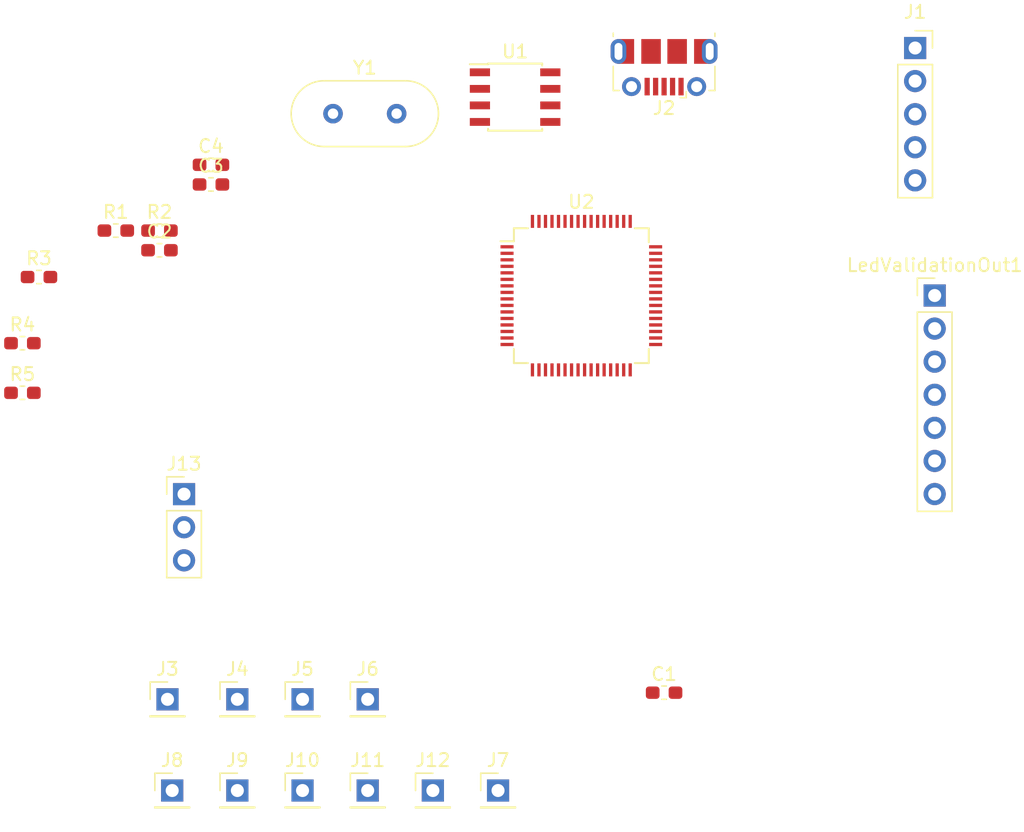
<source format=kicad_pcb>
(kicad_pcb (version 20171130) (host pcbnew "(5.0.2)-1")

  (general
    (thickness 1.6)
    (drawings 0)
    (tracks 0)
    (zones 0)
    (modules 26)
    (nets 64)
  )

  (page A4)
  (layers
    (0 F.Cu signal)
    (31 B.Cu signal)
    (32 B.Adhes user)
    (33 F.Adhes user)
    (34 B.Paste user)
    (35 F.Paste user)
    (36 B.SilkS user)
    (37 F.SilkS user)
    (38 B.Mask user)
    (39 F.Mask user)
    (40 Dwgs.User user)
    (41 Cmts.User user)
    (42 Eco1.User user)
    (43 Eco2.User user)
    (44 Edge.Cuts user)
    (45 Margin user)
    (46 B.CrtYd user)
    (47 F.CrtYd user)
    (48 B.Fab user)
    (49 F.Fab user)
  )

  (setup
    (last_trace_width 0.25)
    (trace_clearance 0.2)
    (zone_clearance 0.508)
    (zone_45_only no)
    (trace_min 0.2)
    (segment_width 0.2)
    (edge_width 0.1)
    (via_size 0.8)
    (via_drill 0.4)
    (via_min_size 0.4)
    (via_min_drill 0.3)
    (uvia_size 0.3)
    (uvia_drill 0.1)
    (uvias_allowed no)
    (uvia_min_size 0.2)
    (uvia_min_drill 0.1)
    (pcb_text_width 0.3)
    (pcb_text_size 1.5 1.5)
    (mod_edge_width 0.15)
    (mod_text_size 1 1)
    (mod_text_width 0.15)
    (pad_size 1.5 1.5)
    (pad_drill 0.6)
    (pad_to_mask_clearance 0)
    (solder_mask_min_width 0.25)
    (aux_axis_origin 0 0)
    (visible_elements 7FFFFFFF)
    (pcbplotparams
      (layerselection 0x010fc_ffffffff)
      (usegerberextensions false)
      (usegerberattributes false)
      (usegerberadvancedattributes false)
      (creategerberjobfile false)
      (excludeedgelayer true)
      (linewidth 0.100000)
      (plotframeref false)
      (viasonmask false)
      (mode 1)
      (useauxorigin false)
      (hpglpennumber 1)
      (hpglpenspeed 20)
      (hpglpendiameter 15.000000)
      (psnegative false)
      (psa4output false)
      (plotreference true)
      (plotvalue true)
      (plotinvisibletext false)
      (padsonsilk false)
      (subtractmaskfromsilk false)
      (outputformat 1)
      (mirror false)
      (drillshape 1)
      (scaleselection 1)
      (outputdirectory ""))
  )

  (net 0 "")
  (net 1 +5V)
  (net 2 GND)
  (net 3 /OSC_IN)
  (net 4 "Net-(C3-Pad1)")
  (net 5 +3V3)
  (net 6 /NRST)
  (net 7 /SWDCLK)
  (net 8 /SWDIO)
  (net 9 /USB_DM)
  (net 10 "Net-(J2-Pad4)")
  (net 11 /USB_DP)
  (net 12 /col17)
  (net 13 /col18)
  (net 14 /col19)
  (net 15 /col20)
  (net 16 /row0)
  (net 17 /row1)
  (net 18 /row2)
  (net 19 /row3)
  (net 20 /row4)
  (net 21 /row5)
  (net 22 "Net-(J13-Pad2)")
  (net 23 /OSC_OUT)
  (net 24 "Net-(R3-Pad1)")
  (net 25 "Net-(R4-Pad1)")
  (net 26 "Net-(R5-Pad1)")
  (net 27 "Net-(U1-Pad4)")
  (net 28 "Net-(U1-Pad5)")
  (net 29 "Net-(U2-Pad2)")
  (net 30 "Net-(U2-Pad3)")
  (net 31 "Net-(U2-Pad4)")
  (net 32 /col16)
  (net 33 /LED_DATA_CK)
  (net 34 /LED_DATA_OUT)
  (net 35 "Net-(U2-Pad25)")
  (net 36 /col0)
  (net 37 /col1)
  (net 38 /col2)
  (net 39 /col10)
  (net 40 /col11)
  (net 41 /col12)
  (net 42 /col13)
  (net 43 /col14)
  (net 44 /col15)
  (net 45 "Net-(U2-Pad37)")
  (net 46 "Net-(U2-Pad38)")
  (net 47 "Net-(U2-Pad39)")
  (net 48 "Net-(U2-Pad40)")
  (net 49 /LED_LATCH)
  (net 50 /LED_BLANK)
  (net 51 "Net-(U2-Pad43)")
  (net 52 "Net-(U2-Pad50)")
  (net 53 "Net-(U2-Pad51)")
  (net 54 "Net-(U2-Pad52)")
  (net 55 "Net-(U2-Pad53)")
  (net 56 "Net-(U2-Pad54)")
  (net 57 /col3)
  (net 58 /col4)
  (net 59 /col5)
  (net 60 /col6)
  (net 61 /col7)
  (net 62 /col8)
  (net 63 /col9)

  (net_class Default "This is the default net class."
    (clearance 0.2)
    (trace_width 0.25)
    (via_dia 0.8)
    (via_drill 0.4)
    (uvia_dia 0.3)
    (uvia_drill 0.1)
    (add_net +3V3)
    (add_net +5V)
    (add_net /LED_BLANK)
    (add_net /LED_DATA_CK)
    (add_net /LED_DATA_OUT)
    (add_net /LED_LATCH)
    (add_net /NRST)
    (add_net /OSC_IN)
    (add_net /OSC_OUT)
    (add_net /SWDCLK)
    (add_net /SWDIO)
    (add_net /USB_DM)
    (add_net /USB_DP)
    (add_net /col0)
    (add_net /col1)
    (add_net /col10)
    (add_net /col11)
    (add_net /col12)
    (add_net /col13)
    (add_net /col14)
    (add_net /col15)
    (add_net /col16)
    (add_net /col17)
    (add_net /col18)
    (add_net /col19)
    (add_net /col2)
    (add_net /col20)
    (add_net /col3)
    (add_net /col4)
    (add_net /col5)
    (add_net /col6)
    (add_net /col7)
    (add_net /col8)
    (add_net /col9)
    (add_net /row0)
    (add_net /row1)
    (add_net /row2)
    (add_net /row3)
    (add_net /row4)
    (add_net /row5)
    (add_net GND)
    (add_net "Net-(C3-Pad1)")
    (add_net "Net-(J13-Pad2)")
    (add_net "Net-(J2-Pad4)")
    (add_net "Net-(R3-Pad1)")
    (add_net "Net-(R4-Pad1)")
    (add_net "Net-(R5-Pad1)")
    (add_net "Net-(U1-Pad4)")
    (add_net "Net-(U1-Pad5)")
    (add_net "Net-(U2-Pad2)")
    (add_net "Net-(U2-Pad25)")
    (add_net "Net-(U2-Pad3)")
    (add_net "Net-(U2-Pad37)")
    (add_net "Net-(U2-Pad38)")
    (add_net "Net-(U2-Pad39)")
    (add_net "Net-(U2-Pad4)")
    (add_net "Net-(U2-Pad40)")
    (add_net "Net-(U2-Pad43)")
    (add_net "Net-(U2-Pad50)")
    (add_net "Net-(U2-Pad51)")
    (add_net "Net-(U2-Pad52)")
    (add_net "Net-(U2-Pad53)")
    (add_net "Net-(U2-Pad54)")
  )

  (module Capacitor_SMD:C_0603_1608Metric_Pad1.05x0.95mm_HandSolder (layer F.Cu) (tedit 5B301BBE) (tstamp 5C86F123)
    (at 78.74 110.49)
    (descr "Capacitor SMD 0603 (1608 Metric), square (rectangular) end terminal, IPC_7351 nominal with elongated pad for handsoldering. (Body size source: http://www.tortai-tech.com/upload/download/2011102023233369053.pdf), generated with kicad-footprint-generator")
    (tags "capacitor handsolder")
    (path /5AFD3891)
    (attr smd)
    (fp_text reference C1 (at 0 -1.43) (layer F.SilkS)
      (effects (font (size 1 1) (thickness 0.15)))
    )
    (fp_text value 0.1uF (at 0 1.43) (layer F.Fab)
      (effects (font (size 1 1) (thickness 0.15)))
    )
    (fp_line (start -0.8 0.4) (end -0.8 -0.4) (layer F.Fab) (width 0.1))
    (fp_line (start -0.8 -0.4) (end 0.8 -0.4) (layer F.Fab) (width 0.1))
    (fp_line (start 0.8 -0.4) (end 0.8 0.4) (layer F.Fab) (width 0.1))
    (fp_line (start 0.8 0.4) (end -0.8 0.4) (layer F.Fab) (width 0.1))
    (fp_line (start -0.171267 -0.51) (end 0.171267 -0.51) (layer F.SilkS) (width 0.12))
    (fp_line (start -0.171267 0.51) (end 0.171267 0.51) (layer F.SilkS) (width 0.12))
    (fp_line (start -1.65 0.73) (end -1.65 -0.73) (layer F.CrtYd) (width 0.05))
    (fp_line (start -1.65 -0.73) (end 1.65 -0.73) (layer F.CrtYd) (width 0.05))
    (fp_line (start 1.65 -0.73) (end 1.65 0.73) (layer F.CrtYd) (width 0.05))
    (fp_line (start 1.65 0.73) (end -1.65 0.73) (layer F.CrtYd) (width 0.05))
    (fp_text user %R (at 0 0) (layer F.Fab)
      (effects (font (size 0.4 0.4) (thickness 0.06)))
    )
    (pad 1 smd roundrect (at -0.875 0) (size 1.05 0.95) (layers F.Cu F.Paste F.Mask) (roundrect_rratio 0.25)
      (net 1 +5V))
    (pad 2 smd roundrect (at 0.875 0) (size 1.05 0.95) (layers F.Cu F.Paste F.Mask) (roundrect_rratio 0.25)
      (net 2 GND))
    (model ${KISYS3DMOD}/Capacitor_SMD.3dshapes/C_0603_1608Metric.wrl
      (at (xyz 0 0 0))
      (scale (xyz 1 1 1))
      (rotate (xyz 0 0 0))
    )
  )

  (module Capacitor_SMD:C_0603_1608Metric_Pad1.05x0.95mm_HandSolder (layer F.Cu) (tedit 5B301BBE) (tstamp 5C86F134)
    (at 40.025001 76.525001)
    (descr "Capacitor SMD 0603 (1608 Metric), square (rectangular) end terminal, IPC_7351 nominal with elongated pad for handsoldering. (Body size source: http://www.tortai-tech.com/upload/download/2011102023233369053.pdf), generated with kicad-footprint-generator")
    (tags "capacitor handsolder")
    (path /5AA030E9)
    (attr smd)
    (fp_text reference C2 (at 0 -1.43) (layer F.SilkS)
      (effects (font (size 1 1) (thickness 0.15)))
    )
    (fp_text value 16pf (at 0 1.43) (layer F.Fab)
      (effects (font (size 1 1) (thickness 0.15)))
    )
    (fp_text user %R (at 0 0) (layer F.Fab)
      (effects (font (size 0.4 0.4) (thickness 0.06)))
    )
    (fp_line (start 1.65 0.73) (end -1.65 0.73) (layer F.CrtYd) (width 0.05))
    (fp_line (start 1.65 -0.73) (end 1.65 0.73) (layer F.CrtYd) (width 0.05))
    (fp_line (start -1.65 -0.73) (end 1.65 -0.73) (layer F.CrtYd) (width 0.05))
    (fp_line (start -1.65 0.73) (end -1.65 -0.73) (layer F.CrtYd) (width 0.05))
    (fp_line (start -0.171267 0.51) (end 0.171267 0.51) (layer F.SilkS) (width 0.12))
    (fp_line (start -0.171267 -0.51) (end 0.171267 -0.51) (layer F.SilkS) (width 0.12))
    (fp_line (start 0.8 0.4) (end -0.8 0.4) (layer F.Fab) (width 0.1))
    (fp_line (start 0.8 -0.4) (end 0.8 0.4) (layer F.Fab) (width 0.1))
    (fp_line (start -0.8 -0.4) (end 0.8 -0.4) (layer F.Fab) (width 0.1))
    (fp_line (start -0.8 0.4) (end -0.8 -0.4) (layer F.Fab) (width 0.1))
    (pad 2 smd roundrect (at 0.875 0) (size 1.05 0.95) (layers F.Cu F.Paste F.Mask) (roundrect_rratio 0.25)
      (net 2 GND))
    (pad 1 smd roundrect (at -0.875 0) (size 1.05 0.95) (layers F.Cu F.Paste F.Mask) (roundrect_rratio 0.25)
      (net 3 /OSC_IN))
    (model ${KISYS3DMOD}/Capacitor_SMD.3dshapes/C_0603_1608Metric.wrl
      (at (xyz 0 0 0))
      (scale (xyz 1 1 1))
      (rotate (xyz 0 0 0))
    )
  )

  (module Capacitor_SMD:C_0603_1608Metric_Pad1.05x0.95mm_HandSolder (layer F.Cu) (tedit 5B301BBE) (tstamp 5C86F145)
    (at 43.975001 71.475001)
    (descr "Capacitor SMD 0603 (1608 Metric), square (rectangular) end terminal, IPC_7351 nominal with elongated pad for handsoldering. (Body size source: http://www.tortai-tech.com/upload/download/2011102023233369053.pdf), generated with kicad-footprint-generator")
    (tags "capacitor handsolder")
    (path /5AA03146)
    (attr smd)
    (fp_text reference C3 (at 0 -1.43) (layer F.SilkS)
      (effects (font (size 1 1) (thickness 0.15)))
    )
    (fp_text value 16pf (at 0 1.43) (layer F.Fab)
      (effects (font (size 1 1) (thickness 0.15)))
    )
    (fp_line (start -0.8 0.4) (end -0.8 -0.4) (layer F.Fab) (width 0.1))
    (fp_line (start -0.8 -0.4) (end 0.8 -0.4) (layer F.Fab) (width 0.1))
    (fp_line (start 0.8 -0.4) (end 0.8 0.4) (layer F.Fab) (width 0.1))
    (fp_line (start 0.8 0.4) (end -0.8 0.4) (layer F.Fab) (width 0.1))
    (fp_line (start -0.171267 -0.51) (end 0.171267 -0.51) (layer F.SilkS) (width 0.12))
    (fp_line (start -0.171267 0.51) (end 0.171267 0.51) (layer F.SilkS) (width 0.12))
    (fp_line (start -1.65 0.73) (end -1.65 -0.73) (layer F.CrtYd) (width 0.05))
    (fp_line (start -1.65 -0.73) (end 1.65 -0.73) (layer F.CrtYd) (width 0.05))
    (fp_line (start 1.65 -0.73) (end 1.65 0.73) (layer F.CrtYd) (width 0.05))
    (fp_line (start 1.65 0.73) (end -1.65 0.73) (layer F.CrtYd) (width 0.05))
    (fp_text user %R (at 0 0) (layer F.Fab)
      (effects (font (size 0.4 0.4) (thickness 0.06)))
    )
    (pad 1 smd roundrect (at -0.875 0) (size 1.05 0.95) (layers F.Cu F.Paste F.Mask) (roundrect_rratio 0.25)
      (net 4 "Net-(C3-Pad1)"))
    (pad 2 smd roundrect (at 0.875 0) (size 1.05 0.95) (layers F.Cu F.Paste F.Mask) (roundrect_rratio 0.25)
      (net 2 GND))
    (model ${KISYS3DMOD}/Capacitor_SMD.3dshapes/C_0603_1608Metric.wrl
      (at (xyz 0 0 0))
      (scale (xyz 1 1 1))
      (rotate (xyz 0 0 0))
    )
  )

  (module Capacitor_SMD:C_0603_1608Metric_Pad1.05x0.95mm_HandSolder (layer F.Cu) (tedit 5B301BBE) (tstamp 5C86F156)
    (at 43.975001 69.965001)
    (descr "Capacitor SMD 0603 (1608 Metric), square (rectangular) end terminal, IPC_7351 nominal with elongated pad for handsoldering. (Body size source: http://www.tortai-tech.com/upload/download/2011102023233369053.pdf), generated with kicad-footprint-generator")
    (tags "capacitor handsolder")
    (path /5AFD0D3E)
    (attr smd)
    (fp_text reference C4 (at 0 -1.43) (layer F.SilkS)
      (effects (font (size 1 1) (thickness 0.15)))
    )
    (fp_text value 2.2uF (at 0 1.43) (layer F.Fab)
      (effects (font (size 1 1) (thickness 0.15)))
    )
    (fp_text user %R (at 0 0) (layer F.Fab)
      (effects (font (size 0.4 0.4) (thickness 0.06)))
    )
    (fp_line (start 1.65 0.73) (end -1.65 0.73) (layer F.CrtYd) (width 0.05))
    (fp_line (start 1.65 -0.73) (end 1.65 0.73) (layer F.CrtYd) (width 0.05))
    (fp_line (start -1.65 -0.73) (end 1.65 -0.73) (layer F.CrtYd) (width 0.05))
    (fp_line (start -1.65 0.73) (end -1.65 -0.73) (layer F.CrtYd) (width 0.05))
    (fp_line (start -0.171267 0.51) (end 0.171267 0.51) (layer F.SilkS) (width 0.12))
    (fp_line (start -0.171267 -0.51) (end 0.171267 -0.51) (layer F.SilkS) (width 0.12))
    (fp_line (start 0.8 0.4) (end -0.8 0.4) (layer F.Fab) (width 0.1))
    (fp_line (start 0.8 -0.4) (end 0.8 0.4) (layer F.Fab) (width 0.1))
    (fp_line (start -0.8 -0.4) (end 0.8 -0.4) (layer F.Fab) (width 0.1))
    (fp_line (start -0.8 0.4) (end -0.8 -0.4) (layer F.Fab) (width 0.1))
    (pad 2 smd roundrect (at 0.875 0) (size 1.05 0.95) (layers F.Cu F.Paste F.Mask) (roundrect_rratio 0.25)
      (net 2 GND))
    (pad 1 smd roundrect (at -0.875 0) (size 1.05 0.95) (layers F.Cu F.Paste F.Mask) (roundrect_rratio 0.25)
      (net 5 +3V3))
    (model ${KISYS3DMOD}/Capacitor_SMD.3dshapes/C_0603_1608Metric.wrl
      (at (xyz 0 0 0))
      (scale (xyz 1 1 1))
      (rotate (xyz 0 0 0))
    )
  )

  (module Connector_USB:USB_Micro-B_Molex-105017-0001 (layer F.Cu) (tedit 5A1DC0BE) (tstamp 5C86FBF9)
    (at 78.74 62.5 180)
    (descr http://www.molex.com/pdm_docs/sd/1050170001_sd.pdf)
    (tags "Micro-USB SMD Typ-B")
    (path /5B6D868F)
    (attr smd)
    (fp_text reference J2 (at 0 -3.1125 180) (layer F.SilkS)
      (effects (font (size 1 1) (thickness 0.15)))
    )
    (fp_text value USB_B_Micro (at 0.3 4.3375 180) (layer F.Fab)
      (effects (font (size 1 1) (thickness 0.15)))
    )
    (fp_text user "PCB Edge" (at 0 2.6875 270) (layer Dwgs.User)
      (effects (font (size 0.5 0.5) (thickness 0.08)))
    )
    (fp_text user %R (at 0 0.8875 270) (layer F.Fab)
      (effects (font (size 1 1) (thickness 0.15)))
    )
    (fp_line (start -4.4 3.64) (end 4.4 3.64) (layer F.CrtYd) (width 0.05))
    (fp_line (start 4.4 -2.46) (end 4.4 3.64) (layer F.CrtYd) (width 0.05))
    (fp_line (start -4.4 -2.46) (end 4.4 -2.46) (layer F.CrtYd) (width 0.05))
    (fp_line (start -4.4 3.64) (end -4.4 -2.46) (layer F.CrtYd) (width 0.05))
    (fp_line (start -3.9 -1.7625) (end -3.45 -1.7625) (layer F.SilkS) (width 0.12))
    (fp_line (start -3.9 0.0875) (end -3.9 -1.7625) (layer F.SilkS) (width 0.12))
    (fp_line (start 3.9 2.6375) (end 3.9 2.3875) (layer F.SilkS) (width 0.12))
    (fp_line (start 3.75 3.3875) (end 3.75 -1.6125) (layer F.Fab) (width 0.1))
    (fp_line (start -3 2.689204) (end 3 2.689204) (layer F.Fab) (width 0.1))
    (fp_line (start -3.75 3.389204) (end 3.75 3.389204) (layer F.Fab) (width 0.1))
    (fp_line (start -3.75 -1.6125) (end 3.75 -1.6125) (layer F.Fab) (width 0.1))
    (fp_line (start -3.75 3.3875) (end -3.75 -1.6125) (layer F.Fab) (width 0.1))
    (fp_line (start -3.9 2.6375) (end -3.9 2.3875) (layer F.SilkS) (width 0.12))
    (fp_line (start 3.9 0.0875) (end 3.9 -1.7625) (layer F.SilkS) (width 0.12))
    (fp_line (start 3.9 -1.7625) (end 3.45 -1.7625) (layer F.SilkS) (width 0.12))
    (fp_line (start -1.7 -2.3125) (end -1.25 -2.3125) (layer F.SilkS) (width 0.12))
    (fp_line (start -1.7 -2.3125) (end -1.7 -1.8625) (layer F.SilkS) (width 0.12))
    (fp_line (start -1.3 -1.7125) (end -1.5 -1.9125) (layer F.Fab) (width 0.1))
    (fp_line (start -1.1 -1.9125) (end -1.3 -1.7125) (layer F.Fab) (width 0.1))
    (fp_line (start -1.5 -2.1225) (end -1.1 -2.1225) (layer F.Fab) (width 0.1))
    (fp_line (start -1.5 -2.1225) (end -1.5 -1.9125) (layer F.Fab) (width 0.1))
    (fp_line (start -1.1 -2.1225) (end -1.1 -1.9125) (layer F.Fab) (width 0.1))
    (pad 6 smd rect (at 1 1.2375 180) (size 1.5 1.9) (layers F.Cu F.Paste F.Mask)
      (net 2 GND))
    (pad 6 thru_hole circle (at -2.5 -1.4625 180) (size 1.45 1.45) (drill 0.85) (layers *.Cu *.Mask)
      (net 2 GND))
    (pad 2 smd rect (at -0.65 -1.4625 180) (size 0.4 1.35) (layers F.Cu F.Paste F.Mask)
      (net 9 /USB_DM))
    (pad 1 smd rect (at -1.3 -1.4625 180) (size 0.4 1.35) (layers F.Cu F.Paste F.Mask)
      (net 1 +5V))
    (pad 5 smd rect (at 1.3 -1.4625 180) (size 0.4 1.35) (layers F.Cu F.Paste F.Mask)
      (net 2 GND))
    (pad 4 smd rect (at 0.65 -1.4625 180) (size 0.4 1.35) (layers F.Cu F.Paste F.Mask)
      (net 10 "Net-(J2-Pad4)"))
    (pad 3 smd rect (at 0 -1.4625 180) (size 0.4 1.35) (layers F.Cu F.Paste F.Mask)
      (net 11 /USB_DP))
    (pad 6 thru_hole circle (at 2.5 -1.4625 180) (size 1.45 1.45) (drill 0.85) (layers *.Cu *.Mask)
      (net 2 GND))
    (pad 6 smd rect (at -1 1.2375 180) (size 1.5 1.9) (layers F.Cu F.Paste F.Mask)
      (net 2 GND))
    (pad 6 thru_hole oval (at -3.5 1.2375) (size 1.2 1.9) (drill oval 0.6 1.3) (layers *.Cu *.Mask)
      (net 2 GND))
    (pad 6 thru_hole oval (at 3.5 1.2375 180) (size 1.2 1.9) (drill oval 0.6 1.3) (layers *.Cu *.Mask)
      (net 2 GND))
    (pad 6 smd rect (at 2.9 1.2375 180) (size 1.2 1.9) (layers F.Cu F.Mask)
      (net 2 GND))
    (pad 6 smd rect (at -2.9 1.2375 180) (size 1.2 1.9) (layers F.Cu F.Mask)
      (net 2 GND))
    (model ${KISYS3DMOD}/Connector_USB.3dshapes/USB_Micro-B_Molex-105017-0001.wrl
      (at (xyz 0 0 0))
      (scale (xyz 1 1 1))
      (rotate (xyz 0 0 0))
    )
  )

  (module Connector_PinHeader_2.54mm:PinHeader_1x01_P2.54mm_Vertical (layer F.Cu) (tedit 5C6D7408) (tstamp 5C86F1E0)
    (at 40.64 111)
    (descr "Through hole straight pin header, 1x01, 2.54mm pitch, single row")
    (tags "Through hole pin header THT 1x01 2.54mm single row")
    (path /5C9A92A2)
    (fp_text reference J3 (at 0 -2.33) (layer F.SilkS)
      (effects (font (size 1 1) (thickness 0.15)))
    )
    (fp_text value Conn_01x01_Male (at 0 2.33) (layer F.Fab)
      (effects (font (size 1 1) (thickness 0.15)))
    )
    (fp_text user %R (at 0 0 90) (layer F.Fab)
      (effects (font (size 1 1) (thickness 0.15)))
    )
    (fp_line (start 1.8 -1.8) (end -1.8 -1.8) (layer F.CrtYd) (width 0.05))
    (fp_line (start 1.8 1.8) (end 1.8 -1.8) (layer F.CrtYd) (width 0.05))
    (fp_line (start -1.8 1.8) (end 1.8 1.8) (layer F.CrtYd) (width 0.05))
    (fp_line (start -1.8 -1.8) (end -1.8 1.8) (layer F.CrtYd) (width 0.05))
    (fp_line (start -1.33 -1.33) (end 0 -1.33) (layer F.SilkS) (width 0.12))
    (fp_line (start -1.33 0) (end -1.33 -1.33) (layer F.SilkS) (width 0.12))
    (fp_line (start -1.33 1.27) (end 1.33 1.27) (layer F.SilkS) (width 0.12))
    (fp_line (start 1.33 1.27) (end 1.33 1.33) (layer F.SilkS) (width 0.12))
    (fp_line (start -1.33 1.27) (end -1.33 1.33) (layer F.SilkS) (width 0.12))
    (fp_line (start -1.33 1.33) (end 1.33 1.33) (layer F.SilkS) (width 0.12))
    (fp_line (start -1.27 -0.635) (end -0.635 -1.27) (layer F.Fab) (width 0.1))
    (fp_line (start -1.27 1.27) (end -1.27 -0.635) (layer F.Fab) (width 0.1))
    (fp_line (start 1.27 1.27) (end -1.27 1.27) (layer F.Fab) (width 0.1))
    (fp_line (start 1.27 -1.27) (end 1.27 1.27) (layer F.Fab) (width 0.1))
    (fp_line (start -0.635 -1.27) (end 1.27 -1.27) (layer F.Fab) (width 0.1))
    (pad 1 thru_hole rect (at 0 0) (size 1.7 1.7) (drill 1) (layers *.Cu *.Mask)
      (net 12 /col17))
    (model ${KISYS3DMOD}/Connector_PinHeader_2.54mm.3dshapes/PinHeader_1x01_P2.54mm_Vertical.wrl
      (at (xyz 0 0 0))
      (scale (xyz 1 1 1))
      (rotate (xyz 0 0 0))
    )
  )

  (module Connector_PinHeader_2.54mm:PinHeader_1x01_P2.54mm_Vertical (layer F.Cu) (tedit 5C6D7421) (tstamp 5C6D74E9)
    (at 46 111)
    (descr "Through hole straight pin header, 1x01, 2.54mm pitch, single row")
    (tags "Through hole pin header THT 1x01 2.54mm single row")
    (path /5C9A9449)
    (fp_text reference J4 (at 0 -2.33) (layer F.SilkS)
      (effects (font (size 1 1) (thickness 0.15)))
    )
    (fp_text value Conn_01x01_Male (at 0 2.33) (layer F.Fab)
      (effects (font (size 1 1) (thickness 0.15)))
    )
    (fp_line (start -0.635 -1.27) (end 1.27 -1.27) (layer F.Fab) (width 0.1))
    (fp_line (start 1.27 -1.27) (end 1.27 1.27) (layer F.Fab) (width 0.1))
    (fp_line (start 1.27 1.27) (end -1.27 1.27) (layer F.Fab) (width 0.1))
    (fp_line (start -1.27 1.27) (end -1.27 -0.635) (layer F.Fab) (width 0.1))
    (fp_line (start -1.27 -0.635) (end -0.635 -1.27) (layer F.Fab) (width 0.1))
    (fp_line (start -1.33 1.33) (end 1.33 1.33) (layer F.SilkS) (width 0.12))
    (fp_line (start -1.33 1.27) (end -1.33 1.33) (layer F.SilkS) (width 0.12))
    (fp_line (start 1.33 1.27) (end 1.33 1.33) (layer F.SilkS) (width 0.12))
    (fp_line (start -1.33 1.27) (end 1.33 1.27) (layer F.SilkS) (width 0.12))
    (fp_line (start -1.33 0) (end -1.33 -1.33) (layer F.SilkS) (width 0.12))
    (fp_line (start -1.33 -1.33) (end 0 -1.33) (layer F.SilkS) (width 0.12))
    (fp_line (start -1.8 -1.8) (end -1.8 1.8) (layer F.CrtYd) (width 0.05))
    (fp_line (start -1.8 1.8) (end 1.8 1.8) (layer F.CrtYd) (width 0.05))
    (fp_line (start 1.8 1.8) (end 1.8 -1.8) (layer F.CrtYd) (width 0.05))
    (fp_line (start 1.8 -1.8) (end -1.8 -1.8) (layer F.CrtYd) (width 0.05))
    (fp_text user %R (at 0 0 90) (layer F.Fab)
      (effects (font (size 1 1) (thickness 0.15)))
    )
    (pad 1 thru_hole rect (at 0 0) (size 1.7 1.7) (drill 1) (layers *.Cu *.Mask)
      (net 13 /col18))
    (model ${KISYS3DMOD}/Connector_PinHeader_2.54mm.3dshapes/PinHeader_1x01_P2.54mm_Vertical.wrl
      (at (xyz 0 0 0))
      (scale (xyz 1 1 1))
      (rotate (xyz 0 0 0))
    )
  )

  (module Connector_PinHeader_2.54mm:PinHeader_1x01_P2.54mm_Vertical (layer F.Cu) (tedit 5C6D744D) (tstamp 5C6D75A1)
    (at 51 111)
    (descr "Through hole straight pin header, 1x01, 2.54mm pitch, single row")
    (tags "Through hole pin header THT 1x01 2.54mm single row")
    (path /5C9BB733)
    (fp_text reference J5 (at 0 -2.33) (layer F.SilkS)
      (effects (font (size 1 1) (thickness 0.15)))
    )
    (fp_text value Conn_01x01_Male (at 0 2.33) (layer F.Fab)
      (effects (font (size 1 1) (thickness 0.15)))
    )
    (fp_text user %R (at 0 0 90) (layer F.Fab)
      (effects (font (size 1 1) (thickness 0.15)))
    )
    (fp_line (start 1.8 -1.8) (end -1.8 -1.8) (layer F.CrtYd) (width 0.05))
    (fp_line (start 1.8 1.8) (end 1.8 -1.8) (layer F.CrtYd) (width 0.05))
    (fp_line (start -1.8 1.8) (end 1.8 1.8) (layer F.CrtYd) (width 0.05))
    (fp_line (start -1.8 -1.8) (end -1.8 1.8) (layer F.CrtYd) (width 0.05))
    (fp_line (start -1.33 -1.33) (end 0 -1.33) (layer F.SilkS) (width 0.12))
    (fp_line (start -1.33 0) (end -1.33 -1.33) (layer F.SilkS) (width 0.12))
    (fp_line (start -1.33 1.27) (end 1.33 1.27) (layer F.SilkS) (width 0.12))
    (fp_line (start 1.33 1.27) (end 1.33 1.33) (layer F.SilkS) (width 0.12))
    (fp_line (start -1.33 1.27) (end -1.33 1.33) (layer F.SilkS) (width 0.12))
    (fp_line (start -1.33 1.33) (end 1.33 1.33) (layer F.SilkS) (width 0.12))
    (fp_line (start -1.27 -0.635) (end -0.635 -1.27) (layer F.Fab) (width 0.1))
    (fp_line (start -1.27 1.27) (end -1.27 -0.635) (layer F.Fab) (width 0.1))
    (fp_line (start 1.27 1.27) (end -1.27 1.27) (layer F.Fab) (width 0.1))
    (fp_line (start 1.27 -1.27) (end 1.27 1.27) (layer F.Fab) (width 0.1))
    (fp_line (start -0.635 -1.27) (end 1.27 -1.27) (layer F.Fab) (width 0.1))
    (pad 1 thru_hole rect (at 0 0) (size 1.7 1.7) (drill 1) (layers *.Cu *.Mask)
      (net 14 /col19))
    (model ${KISYS3DMOD}/Connector_PinHeader_2.54mm.3dshapes/PinHeader_1x01_P2.54mm_Vertical.wrl
      (at (xyz 0 0 0))
      (scale (xyz 1 1 1))
      (rotate (xyz 0 0 0))
    )
  )

  (module Connector_PinHeader_2.54mm:PinHeader_1x01_P2.54mm_Vertical (layer F.Cu) (tedit 5C6D745F) (tstamp 5C86F21F)
    (at 56 111)
    (descr "Through hole straight pin header, 1x01, 2.54mm pitch, single row")
    (tags "Through hole pin header THT 1x01 2.54mm single row")
    (path /5C9BB7DD)
    (fp_text reference J6 (at 0 -2.33) (layer F.SilkS)
      (effects (font (size 1 1) (thickness 0.15)))
    )
    (fp_text value Conn_01x01_Male (at 0 2.33) (layer F.Fab)
      (effects (font (size 1 1) (thickness 0.15)))
    )
    (fp_text user %R (at 0 0 90) (layer F.Fab)
      (effects (font (size 1 1) (thickness 0.15)))
    )
    (fp_line (start 1.8 -1.8) (end -1.8 -1.8) (layer F.CrtYd) (width 0.05))
    (fp_line (start 1.8 1.8) (end 1.8 -1.8) (layer F.CrtYd) (width 0.05))
    (fp_line (start -1.8 1.8) (end 1.8 1.8) (layer F.CrtYd) (width 0.05))
    (fp_line (start -1.8 -1.8) (end -1.8 1.8) (layer F.CrtYd) (width 0.05))
    (fp_line (start -1.33 -1.33) (end 0 -1.33) (layer F.SilkS) (width 0.12))
    (fp_line (start -1.33 0) (end -1.33 -1.33) (layer F.SilkS) (width 0.12))
    (fp_line (start -1.33 1.27) (end 1.33 1.27) (layer F.SilkS) (width 0.12))
    (fp_line (start 1.33 1.27) (end 1.33 1.33) (layer F.SilkS) (width 0.12))
    (fp_line (start -1.33 1.27) (end -1.33 1.33) (layer F.SilkS) (width 0.12))
    (fp_line (start -1.33 1.33) (end 1.33 1.33) (layer F.SilkS) (width 0.12))
    (fp_line (start -1.27 -0.635) (end -0.635 -1.27) (layer F.Fab) (width 0.1))
    (fp_line (start -1.27 1.27) (end -1.27 -0.635) (layer F.Fab) (width 0.1))
    (fp_line (start 1.27 1.27) (end -1.27 1.27) (layer F.Fab) (width 0.1))
    (fp_line (start 1.27 -1.27) (end 1.27 1.27) (layer F.Fab) (width 0.1))
    (fp_line (start -0.635 -1.27) (end 1.27 -1.27) (layer F.Fab) (width 0.1))
    (pad 1 thru_hole rect (at 0 0) (size 1.7 1.7) (drill 1) (layers *.Cu *.Mask)
      (net 15 /col20))
    (model ${KISYS3DMOD}/Connector_PinHeader_2.54mm.3dshapes/PinHeader_1x01_P2.54mm_Vertical.wrl
      (at (xyz 0 0 0))
      (scale (xyz 1 1 1))
      (rotate (xyz 0 0 0))
    )
  )

  (module Connector_PinHeader_2.54mm:PinHeader_1x01_P2.54mm_Vertical (layer F.Cu) (tedit 5C6D74D1) (tstamp 5C86F234)
    (at 66 118)
    (descr "Through hole straight pin header, 1x01, 2.54mm pitch, single row")
    (tags "Through hole pin header THT 1x01 2.54mm single row")
    (path /5C9C07B4)
    (fp_text reference J7 (at 0 -2.33) (layer F.SilkS)
      (effects (font (size 1 1) (thickness 0.15)))
    )
    (fp_text value Conn_01x01_Male (at 0 2.33) (layer F.Fab)
      (effects (font (size 1 1) (thickness 0.15)))
    )
    (fp_text user %R (at 0 0 90) (layer F.Fab)
      (effects (font (size 1 1) (thickness 0.15)))
    )
    (fp_line (start 1.8 -1.8) (end -1.8 -1.8) (layer F.CrtYd) (width 0.05))
    (fp_line (start 1.8 1.8) (end 1.8 -1.8) (layer F.CrtYd) (width 0.05))
    (fp_line (start -1.8 1.8) (end 1.8 1.8) (layer F.CrtYd) (width 0.05))
    (fp_line (start -1.8 -1.8) (end -1.8 1.8) (layer F.CrtYd) (width 0.05))
    (fp_line (start -1.33 -1.33) (end 0 -1.33) (layer F.SilkS) (width 0.12))
    (fp_line (start -1.33 0) (end -1.33 -1.33) (layer F.SilkS) (width 0.12))
    (fp_line (start -1.33 1.27) (end 1.33 1.27) (layer F.SilkS) (width 0.12))
    (fp_line (start 1.33 1.27) (end 1.33 1.33) (layer F.SilkS) (width 0.12))
    (fp_line (start -1.33 1.27) (end -1.33 1.33) (layer F.SilkS) (width 0.12))
    (fp_line (start -1.33 1.33) (end 1.33 1.33) (layer F.SilkS) (width 0.12))
    (fp_line (start -1.27 -0.635) (end -0.635 -1.27) (layer F.Fab) (width 0.1))
    (fp_line (start -1.27 1.27) (end -1.27 -0.635) (layer F.Fab) (width 0.1))
    (fp_line (start 1.27 1.27) (end -1.27 1.27) (layer F.Fab) (width 0.1))
    (fp_line (start 1.27 -1.27) (end 1.27 1.27) (layer F.Fab) (width 0.1))
    (fp_line (start -0.635 -1.27) (end 1.27 -1.27) (layer F.Fab) (width 0.1))
    (pad 1 thru_hole rect (at 0 0) (size 1.7 1.7) (drill 1) (layers *.Cu *.Mask)
      (net 16 /row0))
    (model ${KISYS3DMOD}/Connector_PinHeader_2.54mm.3dshapes/PinHeader_1x01_P2.54mm_Vertical.wrl
      (at (xyz 0 0 0))
      (scale (xyz 1 1 1))
      (rotate (xyz 0 0 0))
    )
  )

  (module Connector_PinHeader_2.54mm:PinHeader_1x01_P2.54mm_Vertical (layer F.Cu) (tedit 5C6D7498) (tstamp 5C6D76B1)
    (at 41 118)
    (descr "Through hole straight pin header, 1x01, 2.54mm pitch, single row")
    (tags "Through hole pin header THT 1x01 2.54mm single row")
    (path /5C9C07EA)
    (fp_text reference J8 (at 0 -2.33) (layer F.SilkS)
      (effects (font (size 1 1) (thickness 0.15)))
    )
    (fp_text value Conn_01x01_Male (at 0 2.33) (layer F.Fab)
      (effects (font (size 1 1) (thickness 0.15)))
    )
    (fp_text user %R (at 0 0 90) (layer F.Fab)
      (effects (font (size 1 1) (thickness 0.15)))
    )
    (fp_line (start 1.8 -1.8) (end -1.8 -1.8) (layer F.CrtYd) (width 0.05))
    (fp_line (start 1.8 1.8) (end 1.8 -1.8) (layer F.CrtYd) (width 0.05))
    (fp_line (start -1.8 1.8) (end 1.8 1.8) (layer F.CrtYd) (width 0.05))
    (fp_line (start -1.8 -1.8) (end -1.8 1.8) (layer F.CrtYd) (width 0.05))
    (fp_line (start -1.33 -1.33) (end 0 -1.33) (layer F.SilkS) (width 0.12))
    (fp_line (start -1.33 0) (end -1.33 -1.33) (layer F.SilkS) (width 0.12))
    (fp_line (start -1.33 1.27) (end 1.33 1.27) (layer F.SilkS) (width 0.12))
    (fp_line (start 1.33 1.27) (end 1.33 1.33) (layer F.SilkS) (width 0.12))
    (fp_line (start -1.33 1.27) (end -1.33 1.33) (layer F.SilkS) (width 0.12))
    (fp_line (start -1.33 1.33) (end 1.33 1.33) (layer F.SilkS) (width 0.12))
    (fp_line (start -1.27 -0.635) (end -0.635 -1.27) (layer F.Fab) (width 0.1))
    (fp_line (start -1.27 1.27) (end -1.27 -0.635) (layer F.Fab) (width 0.1))
    (fp_line (start 1.27 1.27) (end -1.27 1.27) (layer F.Fab) (width 0.1))
    (fp_line (start 1.27 -1.27) (end 1.27 1.27) (layer F.Fab) (width 0.1))
    (fp_line (start -0.635 -1.27) (end 1.27 -1.27) (layer F.Fab) (width 0.1))
    (pad 1 thru_hole rect (at 0 0) (size 1.7 1.7) (drill 1) (layers *.Cu *.Mask)
      (net 17 /row1))
    (model ${KISYS3DMOD}/Connector_PinHeader_2.54mm.3dshapes/PinHeader_1x01_P2.54mm_Vertical.wrl
      (at (xyz 0 0 0))
      (scale (xyz 1 1 1))
      (rotate (xyz 0 0 0))
    )
  )

  (module Connector_PinHeader_2.54mm:PinHeader_1x01_P2.54mm_Vertical (layer F.Cu) (tedit 5C6D74A0) (tstamp 5C86F25E)
    (at 46 118)
    (descr "Through hole straight pin header, 1x01, 2.54mm pitch, single row")
    (tags "Through hole pin header THT 1x01 2.54mm single row")
    (path /5C9C097E)
    (fp_text reference J9 (at 0 -2.33) (layer F.SilkS)
      (effects (font (size 1 1) (thickness 0.15)))
    )
    (fp_text value Conn_01x01_Male (at 0 2.33) (layer F.Fab)
      (effects (font (size 1 1) (thickness 0.15)))
    )
    (fp_line (start -0.635 -1.27) (end 1.27 -1.27) (layer F.Fab) (width 0.1))
    (fp_line (start 1.27 -1.27) (end 1.27 1.27) (layer F.Fab) (width 0.1))
    (fp_line (start 1.27 1.27) (end -1.27 1.27) (layer F.Fab) (width 0.1))
    (fp_line (start -1.27 1.27) (end -1.27 -0.635) (layer F.Fab) (width 0.1))
    (fp_line (start -1.27 -0.635) (end -0.635 -1.27) (layer F.Fab) (width 0.1))
    (fp_line (start -1.33 1.33) (end 1.33 1.33) (layer F.SilkS) (width 0.12))
    (fp_line (start -1.33 1.27) (end -1.33 1.33) (layer F.SilkS) (width 0.12))
    (fp_line (start 1.33 1.27) (end 1.33 1.33) (layer F.SilkS) (width 0.12))
    (fp_line (start -1.33 1.27) (end 1.33 1.27) (layer F.SilkS) (width 0.12))
    (fp_line (start -1.33 0) (end -1.33 -1.33) (layer F.SilkS) (width 0.12))
    (fp_line (start -1.33 -1.33) (end 0 -1.33) (layer F.SilkS) (width 0.12))
    (fp_line (start -1.8 -1.8) (end -1.8 1.8) (layer F.CrtYd) (width 0.05))
    (fp_line (start -1.8 1.8) (end 1.8 1.8) (layer F.CrtYd) (width 0.05))
    (fp_line (start 1.8 1.8) (end 1.8 -1.8) (layer F.CrtYd) (width 0.05))
    (fp_line (start 1.8 -1.8) (end -1.8 -1.8) (layer F.CrtYd) (width 0.05))
    (fp_text user %R (at 0 0 90) (layer F.Fab)
      (effects (font (size 1 1) (thickness 0.15)))
    )
    (pad 1 thru_hole rect (at 0 0) (size 1.7 1.7) (drill 1) (layers *.Cu *.Mask)
      (net 18 /row2))
    (model ${KISYS3DMOD}/Connector_PinHeader_2.54mm.3dshapes/PinHeader_1x01_P2.54mm_Vertical.wrl
      (at (xyz 0 0 0))
      (scale (xyz 1 1 1))
      (rotate (xyz 0 0 0))
    )
  )

  (module Connector_PinHeader_2.54mm:PinHeader_1x01_P2.54mm_Vertical (layer F.Cu) (tedit 5C6D74B0) (tstamp 5C86F273)
    (at 51 118)
    (descr "Through hole straight pin header, 1x01, 2.54mm pitch, single row")
    (tags "Through hole pin header THT 1x01 2.54mm single row")
    (path /5C9C09B6)
    (fp_text reference J10 (at 0 -2.33) (layer F.SilkS)
      (effects (font (size 1 1) (thickness 0.15)))
    )
    (fp_text value Conn_01x01_Male (at 0 2.33) (layer F.Fab)
      (effects (font (size 1 1) (thickness 0.15)))
    )
    (fp_line (start -0.635 -1.27) (end 1.27 -1.27) (layer F.Fab) (width 0.1))
    (fp_line (start 1.27 -1.27) (end 1.27 1.27) (layer F.Fab) (width 0.1))
    (fp_line (start 1.27 1.27) (end -1.27 1.27) (layer F.Fab) (width 0.1))
    (fp_line (start -1.27 1.27) (end -1.27 -0.635) (layer F.Fab) (width 0.1))
    (fp_line (start -1.27 -0.635) (end -0.635 -1.27) (layer F.Fab) (width 0.1))
    (fp_line (start -1.33 1.33) (end 1.33 1.33) (layer F.SilkS) (width 0.12))
    (fp_line (start -1.33 1.27) (end -1.33 1.33) (layer F.SilkS) (width 0.12))
    (fp_line (start 1.33 1.27) (end 1.33 1.33) (layer F.SilkS) (width 0.12))
    (fp_line (start -1.33 1.27) (end 1.33 1.27) (layer F.SilkS) (width 0.12))
    (fp_line (start -1.33 0) (end -1.33 -1.33) (layer F.SilkS) (width 0.12))
    (fp_line (start -1.33 -1.33) (end 0 -1.33) (layer F.SilkS) (width 0.12))
    (fp_line (start -1.8 -1.8) (end -1.8 1.8) (layer F.CrtYd) (width 0.05))
    (fp_line (start -1.8 1.8) (end 1.8 1.8) (layer F.CrtYd) (width 0.05))
    (fp_line (start 1.8 1.8) (end 1.8 -1.8) (layer F.CrtYd) (width 0.05))
    (fp_line (start 1.8 -1.8) (end -1.8 -1.8) (layer F.CrtYd) (width 0.05))
    (fp_text user %R (at 0 0 90) (layer F.Fab)
      (effects (font (size 1 1) (thickness 0.15)))
    )
    (pad 1 thru_hole rect (at 0 0) (size 1.7 1.7) (drill 1) (layers *.Cu *.Mask)
      (net 19 /row3))
    (model ${KISYS3DMOD}/Connector_PinHeader_2.54mm.3dshapes/PinHeader_1x01_P2.54mm_Vertical.wrl
      (at (xyz 0 0 0))
      (scale (xyz 1 1 1))
      (rotate (xyz 0 0 0))
    )
  )

  (module Connector_PinHeader_2.54mm:PinHeader_1x01_P2.54mm_Vertical (layer F.Cu) (tedit 5C6D74B7) (tstamp 5C86F288)
    (at 56 118)
    (descr "Through hole straight pin header, 1x01, 2.54mm pitch, single row")
    (tags "Through hole pin header THT 1x01 2.54mm single row")
    (path /5C9C09F4)
    (fp_text reference J11 (at 0 -2.33) (layer F.SilkS)
      (effects (font (size 1 1) (thickness 0.15)))
    )
    (fp_text value Conn_01x01_Male (at 0 2.33) (layer F.Fab)
      (effects (font (size 1 1) (thickness 0.15)))
    )
    (fp_line (start -0.635 -1.27) (end 1.27 -1.27) (layer F.Fab) (width 0.1))
    (fp_line (start 1.27 -1.27) (end 1.27 1.27) (layer F.Fab) (width 0.1))
    (fp_line (start 1.27 1.27) (end -1.27 1.27) (layer F.Fab) (width 0.1))
    (fp_line (start -1.27 1.27) (end -1.27 -0.635) (layer F.Fab) (width 0.1))
    (fp_line (start -1.27 -0.635) (end -0.635 -1.27) (layer F.Fab) (width 0.1))
    (fp_line (start -1.33 1.33) (end 1.33 1.33) (layer F.SilkS) (width 0.12))
    (fp_line (start -1.33 1.27) (end -1.33 1.33) (layer F.SilkS) (width 0.12))
    (fp_line (start 1.33 1.27) (end 1.33 1.33) (layer F.SilkS) (width 0.12))
    (fp_line (start -1.33 1.27) (end 1.33 1.27) (layer F.SilkS) (width 0.12))
    (fp_line (start -1.33 0) (end -1.33 -1.33) (layer F.SilkS) (width 0.12))
    (fp_line (start -1.33 -1.33) (end 0 -1.33) (layer F.SilkS) (width 0.12))
    (fp_line (start -1.8 -1.8) (end -1.8 1.8) (layer F.CrtYd) (width 0.05))
    (fp_line (start -1.8 1.8) (end 1.8 1.8) (layer F.CrtYd) (width 0.05))
    (fp_line (start 1.8 1.8) (end 1.8 -1.8) (layer F.CrtYd) (width 0.05))
    (fp_line (start 1.8 -1.8) (end -1.8 -1.8) (layer F.CrtYd) (width 0.05))
    (fp_text user %R (at 0 0 90) (layer F.Fab)
      (effects (font (size 1 1) (thickness 0.15)))
    )
    (pad 1 thru_hole rect (at 0 0) (size 1.7 1.7) (drill 1) (layers *.Cu *.Mask)
      (net 20 /row4))
    (model ${KISYS3DMOD}/Connector_PinHeader_2.54mm.3dshapes/PinHeader_1x01_P2.54mm_Vertical.wrl
      (at (xyz 0 0 0))
      (scale (xyz 1 1 1))
      (rotate (xyz 0 0 0))
    )
  )

  (module Connector_PinHeader_2.54mm:PinHeader_1x01_P2.54mm_Vertical (layer F.Cu) (tedit 5C6D74C4) (tstamp 5C86F29D)
    (at 61 118)
    (descr "Through hole straight pin header, 1x01, 2.54mm pitch, single row")
    (tags "Through hole pin header THT 1x01 2.54mm single row")
    (path /5C9C0A38)
    (fp_text reference J12 (at 0 -2.33) (layer F.SilkS)
      (effects (font (size 1 1) (thickness 0.15)))
    )
    (fp_text value Conn_01x01_Male (at 0 2.33) (layer F.Fab)
      (effects (font (size 1 1) (thickness 0.15)))
    )
    (fp_line (start -0.635 -1.27) (end 1.27 -1.27) (layer F.Fab) (width 0.1))
    (fp_line (start 1.27 -1.27) (end 1.27 1.27) (layer F.Fab) (width 0.1))
    (fp_line (start 1.27 1.27) (end -1.27 1.27) (layer F.Fab) (width 0.1))
    (fp_line (start -1.27 1.27) (end -1.27 -0.635) (layer F.Fab) (width 0.1))
    (fp_line (start -1.27 -0.635) (end -0.635 -1.27) (layer F.Fab) (width 0.1))
    (fp_line (start -1.33 1.33) (end 1.33 1.33) (layer F.SilkS) (width 0.12))
    (fp_line (start -1.33 1.27) (end -1.33 1.33) (layer F.SilkS) (width 0.12))
    (fp_line (start 1.33 1.27) (end 1.33 1.33) (layer F.SilkS) (width 0.12))
    (fp_line (start -1.33 1.27) (end 1.33 1.27) (layer F.SilkS) (width 0.12))
    (fp_line (start -1.33 0) (end -1.33 -1.33) (layer F.SilkS) (width 0.12))
    (fp_line (start -1.33 -1.33) (end 0 -1.33) (layer F.SilkS) (width 0.12))
    (fp_line (start -1.8 -1.8) (end -1.8 1.8) (layer F.CrtYd) (width 0.05))
    (fp_line (start -1.8 1.8) (end 1.8 1.8) (layer F.CrtYd) (width 0.05))
    (fp_line (start 1.8 1.8) (end 1.8 -1.8) (layer F.CrtYd) (width 0.05))
    (fp_line (start 1.8 -1.8) (end -1.8 -1.8) (layer F.CrtYd) (width 0.05))
    (fp_text user %R (at 0 0 90) (layer F.Fab)
      (effects (font (size 1 1) (thickness 0.15)))
    )
    (pad 1 thru_hole rect (at 0 0) (size 1.7 1.7) (drill 1) (layers *.Cu *.Mask)
      (net 21 /row5))
    (model ${KISYS3DMOD}/Connector_PinHeader_2.54mm.3dshapes/PinHeader_1x01_P2.54mm_Vertical.wrl
      (at (xyz 0 0 0))
      (scale (xyz 1 1 1))
      (rotate (xyz 0 0 0))
    )
  )

  (module Connector_PinHeader_2.54mm:PinHeader_1x03_P2.54mm_Vertical (layer F.Cu) (tedit 59FED5CC) (tstamp 5C86F2B4)
    (at 41.91 95.25)
    (descr "Through hole straight pin header, 1x03, 2.54mm pitch, single row")
    (tags "Through hole pin header THT 1x03 2.54mm single row")
    (path /5BACA85C)
    (fp_text reference J13 (at 0 -2.33) (layer F.SilkS)
      (effects (font (size 1 1) (thickness 0.15)))
    )
    (fp_text value Conn_01x03_Male (at 0 7.41) (layer F.Fab)
      (effects (font (size 1 1) (thickness 0.15)))
    )
    (fp_line (start -0.635 -1.27) (end 1.27 -1.27) (layer F.Fab) (width 0.1))
    (fp_line (start 1.27 -1.27) (end 1.27 6.35) (layer F.Fab) (width 0.1))
    (fp_line (start 1.27 6.35) (end -1.27 6.35) (layer F.Fab) (width 0.1))
    (fp_line (start -1.27 6.35) (end -1.27 -0.635) (layer F.Fab) (width 0.1))
    (fp_line (start -1.27 -0.635) (end -0.635 -1.27) (layer F.Fab) (width 0.1))
    (fp_line (start -1.33 6.41) (end 1.33 6.41) (layer F.SilkS) (width 0.12))
    (fp_line (start -1.33 1.27) (end -1.33 6.41) (layer F.SilkS) (width 0.12))
    (fp_line (start 1.33 1.27) (end 1.33 6.41) (layer F.SilkS) (width 0.12))
    (fp_line (start -1.33 1.27) (end 1.33 1.27) (layer F.SilkS) (width 0.12))
    (fp_line (start -1.33 0) (end -1.33 -1.33) (layer F.SilkS) (width 0.12))
    (fp_line (start -1.33 -1.33) (end 0 -1.33) (layer F.SilkS) (width 0.12))
    (fp_line (start -1.8 -1.8) (end -1.8 6.85) (layer F.CrtYd) (width 0.05))
    (fp_line (start -1.8 6.85) (end 1.8 6.85) (layer F.CrtYd) (width 0.05))
    (fp_line (start 1.8 6.85) (end 1.8 -1.8) (layer F.CrtYd) (width 0.05))
    (fp_line (start 1.8 -1.8) (end -1.8 -1.8) (layer F.CrtYd) (width 0.05))
    (fp_text user %R (at 0 2.54 90) (layer F.Fab)
      (effects (font (size 1 1) (thickness 0.15)))
    )
    (pad 1 thru_hole rect (at 0 0) (size 1.7 1.7) (drill 1) (layers *.Cu *.Mask)
      (net 5 +3V3))
    (pad 2 thru_hole oval (at 0 2.54) (size 1.7 1.7) (drill 1) (layers *.Cu *.Mask)
      (net 22 "Net-(J13-Pad2)"))
    (pad 3 thru_hole oval (at 0 5.08) (size 1.7 1.7) (drill 1) (layers *.Cu *.Mask)
      (net 2 GND))
    (model ${KISYS3DMOD}/Connector_PinHeader_2.54mm.3dshapes/PinHeader_1x03_P2.54mm_Vertical.wrl
      (at (xyz 0 0 0))
      (scale (xyz 1 1 1))
      (rotate (xyz 0 0 0))
    )
  )

  (module Resistor_SMD:R_0603_1608Metric_Pad1.05x0.95mm_HandSolder (layer F.Cu) (tedit 5B301BBD) (tstamp 5C86F2C5)
    (at 36.675001 75.015001)
    (descr "Resistor SMD 0603 (1608 Metric), square (rectangular) end terminal, IPC_7351 nominal with elongated pad for handsoldering. (Body size source: http://www.tortai-tech.com/upload/download/2011102023233369053.pdf), generated with kicad-footprint-generator")
    (tags "resistor handsolder")
    (path /5AA031C3)
    (attr smd)
    (fp_text reference R1 (at 0 -1.43) (layer F.SilkS)
      (effects (font (size 1 1) (thickness 0.15)))
    )
    (fp_text value 1.3k (at 0 1.43) (layer F.Fab)
      (effects (font (size 1 1) (thickness 0.15)))
    )
    (fp_text user %R (at 0 0) (layer F.Fab)
      (effects (font (size 0.4 0.4) (thickness 0.06)))
    )
    (fp_line (start 1.65 0.73) (end -1.65 0.73) (layer F.CrtYd) (width 0.05))
    (fp_line (start 1.65 -0.73) (end 1.65 0.73) (layer F.CrtYd) (width 0.05))
    (fp_line (start -1.65 -0.73) (end 1.65 -0.73) (layer F.CrtYd) (width 0.05))
    (fp_line (start -1.65 0.73) (end -1.65 -0.73) (layer F.CrtYd) (width 0.05))
    (fp_line (start -0.171267 0.51) (end 0.171267 0.51) (layer F.SilkS) (width 0.12))
    (fp_line (start -0.171267 -0.51) (end 0.171267 -0.51) (layer F.SilkS) (width 0.12))
    (fp_line (start 0.8 0.4) (end -0.8 0.4) (layer F.Fab) (width 0.1))
    (fp_line (start 0.8 -0.4) (end 0.8 0.4) (layer F.Fab) (width 0.1))
    (fp_line (start -0.8 -0.4) (end 0.8 -0.4) (layer F.Fab) (width 0.1))
    (fp_line (start -0.8 0.4) (end -0.8 -0.4) (layer F.Fab) (width 0.1))
    (pad 2 smd roundrect (at 0.875 0) (size 1.05 0.95) (layers F.Cu F.Paste F.Mask) (roundrect_rratio 0.25)
      (net 4 "Net-(C3-Pad1)"))
    (pad 1 smd roundrect (at -0.875 0) (size 1.05 0.95) (layers F.Cu F.Paste F.Mask) (roundrect_rratio 0.25)
      (net 23 /OSC_OUT))
    (model ${KISYS3DMOD}/Resistor_SMD.3dshapes/R_0603_1608Metric.wrl
      (at (xyz 0 0 0))
      (scale (xyz 1 1 1))
      (rotate (xyz 0 0 0))
    )
  )

  (module Resistor_SMD:R_0603_1608Metric_Pad1.05x0.95mm_HandSolder (layer F.Cu) (tedit 5B301BBD) (tstamp 5C86F2D6)
    (at 40.025001 75.015001)
    (descr "Resistor SMD 0603 (1608 Metric), square (rectangular) end terminal, IPC_7351 nominal with elongated pad for handsoldering. (Body size source: http://www.tortai-tech.com/upload/download/2011102023233369053.pdf), generated with kicad-footprint-generator")
    (tags "resistor handsolder")
    (path /5B5EB403)
    (attr smd)
    (fp_text reference R2 (at 0 -1.43) (layer F.SilkS)
      (effects (font (size 1 1) (thickness 0.15)))
    )
    (fp_text value 1.5k (at 0 1.43) (layer F.Fab)
      (effects (font (size 1 1) (thickness 0.15)))
    )
    (fp_text user %R (at 0 0) (layer F.Fab)
      (effects (font (size 0.4 0.4) (thickness 0.06)))
    )
    (fp_line (start 1.65 0.73) (end -1.65 0.73) (layer F.CrtYd) (width 0.05))
    (fp_line (start 1.65 -0.73) (end 1.65 0.73) (layer F.CrtYd) (width 0.05))
    (fp_line (start -1.65 -0.73) (end 1.65 -0.73) (layer F.CrtYd) (width 0.05))
    (fp_line (start -1.65 0.73) (end -1.65 -0.73) (layer F.CrtYd) (width 0.05))
    (fp_line (start -0.171267 0.51) (end 0.171267 0.51) (layer F.SilkS) (width 0.12))
    (fp_line (start -0.171267 -0.51) (end 0.171267 -0.51) (layer F.SilkS) (width 0.12))
    (fp_line (start 0.8 0.4) (end -0.8 0.4) (layer F.Fab) (width 0.1))
    (fp_line (start 0.8 -0.4) (end 0.8 0.4) (layer F.Fab) (width 0.1))
    (fp_line (start -0.8 -0.4) (end 0.8 -0.4) (layer F.Fab) (width 0.1))
    (fp_line (start -0.8 0.4) (end -0.8 -0.4) (layer F.Fab) (width 0.1))
    (pad 2 smd roundrect (at 0.875 0) (size 1.05 0.95) (layers F.Cu F.Paste F.Mask) (roundrect_rratio 0.25)
      (net 11 /USB_DP))
    (pad 1 smd roundrect (at -0.875 0) (size 1.05 0.95) (layers F.Cu F.Paste F.Mask) (roundrect_rratio 0.25)
      (net 1 +5V))
    (model ${KISYS3DMOD}/Resistor_SMD.3dshapes/R_0603_1608Metric.wrl
      (at (xyz 0 0 0))
      (scale (xyz 1 1 1))
      (rotate (xyz 0 0 0))
    )
  )

  (module Resistor_SMD:R_0603_1608Metric_Pad1.05x0.95mm_HandSolder (layer F.Cu) (tedit 5B301BBD) (tstamp 5C86F2E7)
    (at 30.78 78.58)
    (descr "Resistor SMD 0603 (1608 Metric), square (rectangular) end terminal, IPC_7351 nominal with elongated pad for handsoldering. (Body size source: http://www.tortai-tech.com/upload/download/2011102023233369053.pdf), generated with kicad-footprint-generator")
    (tags "resistor handsolder")
    (path /5BACA869)
    (attr smd)
    (fp_text reference R3 (at 0 -1.43) (layer F.SilkS)
      (effects (font (size 1 1) (thickness 0.15)))
    )
    (fp_text value 10k (at 0 1.43) (layer F.Fab)
      (effects (font (size 1 1) (thickness 0.15)))
    )
    (fp_line (start -0.8 0.4) (end -0.8 -0.4) (layer F.Fab) (width 0.1))
    (fp_line (start -0.8 -0.4) (end 0.8 -0.4) (layer F.Fab) (width 0.1))
    (fp_line (start 0.8 -0.4) (end 0.8 0.4) (layer F.Fab) (width 0.1))
    (fp_line (start 0.8 0.4) (end -0.8 0.4) (layer F.Fab) (width 0.1))
    (fp_line (start -0.171267 -0.51) (end 0.171267 -0.51) (layer F.SilkS) (width 0.12))
    (fp_line (start -0.171267 0.51) (end 0.171267 0.51) (layer F.SilkS) (width 0.12))
    (fp_line (start -1.65 0.73) (end -1.65 -0.73) (layer F.CrtYd) (width 0.05))
    (fp_line (start -1.65 -0.73) (end 1.65 -0.73) (layer F.CrtYd) (width 0.05))
    (fp_line (start 1.65 -0.73) (end 1.65 0.73) (layer F.CrtYd) (width 0.05))
    (fp_line (start 1.65 0.73) (end -1.65 0.73) (layer F.CrtYd) (width 0.05))
    (fp_text user %R (at 0 0) (layer F.Fab)
      (effects (font (size 0.4 0.4) (thickness 0.06)))
    )
    (pad 1 smd roundrect (at -0.875 0) (size 1.05 0.95) (layers F.Cu F.Paste F.Mask) (roundrect_rratio 0.25)
      (net 24 "Net-(R3-Pad1)"))
    (pad 2 smd roundrect (at 0.875 0) (size 1.05 0.95) (layers F.Cu F.Paste F.Mask) (roundrect_rratio 0.25)
      (net 22 "Net-(J13-Pad2)"))
    (model ${KISYS3DMOD}/Resistor_SMD.3dshapes/R_0603_1608Metric.wrl
      (at (xyz 0 0 0))
      (scale (xyz 1 1 1))
      (rotate (xyz 0 0 0))
    )
  )

  (module Resistor_SMD:R_0603_1608Metric_Pad1.05x0.95mm_HandSolder (layer F.Cu) (tedit 5B301BBD) (tstamp 5C86F2F8)
    (at 29.51 83.66)
    (descr "Resistor SMD 0603 (1608 Metric), square (rectangular) end terminal, IPC_7351 nominal with elongated pad for handsoldering. (Body size source: http://www.tortai-tech.com/upload/download/2011102023233369053.pdf), generated with kicad-footprint-generator")
    (tags "resistor handsolder")
    (path /5AFE9AB8/5B2DCF54)
    (attr smd)
    (fp_text reference R4 (at 0 -1.43) (layer F.SilkS)
      (effects (font (size 1 1) (thickness 0.15)))
    )
    (fp_text value 9.8k (at 0 1.43) (layer F.Fab)
      (effects (font (size 1 1) (thickness 0.15)))
    )
    (fp_line (start -0.8 0.4) (end -0.8 -0.4) (layer F.Fab) (width 0.1))
    (fp_line (start -0.8 -0.4) (end 0.8 -0.4) (layer F.Fab) (width 0.1))
    (fp_line (start 0.8 -0.4) (end 0.8 0.4) (layer F.Fab) (width 0.1))
    (fp_line (start 0.8 0.4) (end -0.8 0.4) (layer F.Fab) (width 0.1))
    (fp_line (start -0.171267 -0.51) (end 0.171267 -0.51) (layer F.SilkS) (width 0.12))
    (fp_line (start -0.171267 0.51) (end 0.171267 0.51) (layer F.SilkS) (width 0.12))
    (fp_line (start -1.65 0.73) (end -1.65 -0.73) (layer F.CrtYd) (width 0.05))
    (fp_line (start -1.65 -0.73) (end 1.65 -0.73) (layer F.CrtYd) (width 0.05))
    (fp_line (start 1.65 -0.73) (end 1.65 0.73) (layer F.CrtYd) (width 0.05))
    (fp_line (start 1.65 0.73) (end -1.65 0.73) (layer F.CrtYd) (width 0.05))
    (fp_text user %R (at 0 0) (layer F.Fab)
      (effects (font (size 0.4 0.4) (thickness 0.06)))
    )
    (pad 1 smd roundrect (at -0.875 0) (size 1.05 0.95) (layers F.Cu F.Paste F.Mask) (roundrect_rratio 0.25)
      (net 25 "Net-(R4-Pad1)"))
    (pad 2 smd roundrect (at 0.875 0) (size 1.05 0.95) (layers F.Cu F.Paste F.Mask) (roundrect_rratio 0.25)
      (net 2 GND))
    (model ${KISYS3DMOD}/Resistor_SMD.3dshapes/R_0603_1608Metric.wrl
      (at (xyz 0 0 0))
      (scale (xyz 1 1 1))
      (rotate (xyz 0 0 0))
    )
  )

  (module Resistor_SMD:R_0603_1608Metric_Pad1.05x0.95mm_HandSolder (layer F.Cu) (tedit 5B301BBD) (tstamp 5C86F309)
    (at 29.51 87.47)
    (descr "Resistor SMD 0603 (1608 Metric), square (rectangular) end terminal, IPC_7351 nominal with elongated pad for handsoldering. (Body size source: http://www.tortai-tech.com/upload/download/2011102023233369053.pdf), generated with kicad-footprint-generator")
    (tags "resistor handsolder")
    (path /5AFE9AB8/5B3A41DA)
    (attr smd)
    (fp_text reference R5 (at 0 -1.43) (layer F.SilkS)
      (effects (font (size 1 1) (thickness 0.15)))
    )
    (fp_text value 9.8k (at 0 1.43) (layer F.Fab)
      (effects (font (size 1 1) (thickness 0.15)))
    )
    (fp_line (start -0.8 0.4) (end -0.8 -0.4) (layer F.Fab) (width 0.1))
    (fp_line (start -0.8 -0.4) (end 0.8 -0.4) (layer F.Fab) (width 0.1))
    (fp_line (start 0.8 -0.4) (end 0.8 0.4) (layer F.Fab) (width 0.1))
    (fp_line (start 0.8 0.4) (end -0.8 0.4) (layer F.Fab) (width 0.1))
    (fp_line (start -0.171267 -0.51) (end 0.171267 -0.51) (layer F.SilkS) (width 0.12))
    (fp_line (start -0.171267 0.51) (end 0.171267 0.51) (layer F.SilkS) (width 0.12))
    (fp_line (start -1.65 0.73) (end -1.65 -0.73) (layer F.CrtYd) (width 0.05))
    (fp_line (start -1.65 -0.73) (end 1.65 -0.73) (layer F.CrtYd) (width 0.05))
    (fp_line (start 1.65 -0.73) (end 1.65 0.73) (layer F.CrtYd) (width 0.05))
    (fp_line (start 1.65 0.73) (end -1.65 0.73) (layer F.CrtYd) (width 0.05))
    (fp_text user %R (at 0 0) (layer F.Fab)
      (effects (font (size 0.4 0.4) (thickness 0.06)))
    )
    (pad 1 smd roundrect (at -0.875 0) (size 1.05 0.95) (layers F.Cu F.Paste F.Mask) (roundrect_rratio 0.25)
      (net 26 "Net-(R5-Pad1)"))
    (pad 2 smd roundrect (at 0.875 0) (size 1.05 0.95) (layers F.Cu F.Paste F.Mask) (roundrect_rratio 0.25)
      (net 2 GND))
    (model ${KISYS3DMOD}/Resistor_SMD.3dshapes/R_0603_1608Metric.wrl
      (at (xyz 0 0 0))
      (scale (xyz 1 1 1))
      (rotate (xyz 0 0 0))
    )
  )

  (module Package_SO:SOIC-8_3.9x4.9mm_P1.27mm (layer F.Cu) (tedit 5A02F2D3) (tstamp 5C86F326)
    (at 67.31 64.77)
    (descr "8-Lead Plastic Small Outline (SN) - Narrow, 3.90 mm Body [SOIC] (see Microchip Packaging Specification http://ww1.microchip.com/downloads/en/PackagingSpec/00000049BQ.pdf)")
    (tags "SOIC 1.27")
    (path /5AFC2AC7)
    (attr smd)
    (fp_text reference U1 (at 0 -3.5) (layer F.SilkS)
      (effects (font (size 1 1) (thickness 0.15)))
    )
    (fp_text value L4931ABD33-TR (at 0 3.5) (layer F.Fab)
      (effects (font (size 1 1) (thickness 0.15)))
    )
    (fp_text user %R (at 0 0) (layer F.Fab)
      (effects (font (size 1 1) (thickness 0.15)))
    )
    (fp_line (start -0.95 -2.45) (end 1.95 -2.45) (layer F.Fab) (width 0.1))
    (fp_line (start 1.95 -2.45) (end 1.95 2.45) (layer F.Fab) (width 0.1))
    (fp_line (start 1.95 2.45) (end -1.95 2.45) (layer F.Fab) (width 0.1))
    (fp_line (start -1.95 2.45) (end -1.95 -1.45) (layer F.Fab) (width 0.1))
    (fp_line (start -1.95 -1.45) (end -0.95 -2.45) (layer F.Fab) (width 0.1))
    (fp_line (start -3.73 -2.7) (end -3.73 2.7) (layer F.CrtYd) (width 0.05))
    (fp_line (start 3.73 -2.7) (end 3.73 2.7) (layer F.CrtYd) (width 0.05))
    (fp_line (start -3.73 -2.7) (end 3.73 -2.7) (layer F.CrtYd) (width 0.05))
    (fp_line (start -3.73 2.7) (end 3.73 2.7) (layer F.CrtYd) (width 0.05))
    (fp_line (start -2.075 -2.575) (end -2.075 -2.525) (layer F.SilkS) (width 0.15))
    (fp_line (start 2.075 -2.575) (end 2.075 -2.43) (layer F.SilkS) (width 0.15))
    (fp_line (start 2.075 2.575) (end 2.075 2.43) (layer F.SilkS) (width 0.15))
    (fp_line (start -2.075 2.575) (end -2.075 2.43) (layer F.SilkS) (width 0.15))
    (fp_line (start -2.075 -2.575) (end 2.075 -2.575) (layer F.SilkS) (width 0.15))
    (fp_line (start -2.075 2.575) (end 2.075 2.575) (layer F.SilkS) (width 0.15))
    (fp_line (start -2.075 -2.525) (end -3.475 -2.525) (layer F.SilkS) (width 0.15))
    (pad 1 smd rect (at -2.7 -1.905) (size 1.55 0.6) (layers F.Cu F.Paste F.Mask)
      (net 5 +3V3))
    (pad 2 smd rect (at -2.7 -0.635) (size 1.55 0.6) (layers F.Cu F.Paste F.Mask)
      (net 2 GND))
    (pad 3 smd rect (at -2.7 0.635) (size 1.55 0.6) (layers F.Cu F.Paste F.Mask)
      (net 2 GND))
    (pad 4 smd rect (at -2.7 1.905) (size 1.55 0.6) (layers F.Cu F.Paste F.Mask)
      (net 27 "Net-(U1-Pad4)"))
    (pad 5 smd rect (at 2.7 1.905) (size 1.55 0.6) (layers F.Cu F.Paste F.Mask)
      (net 28 "Net-(U1-Pad5)"))
    (pad 6 smd rect (at 2.7 0.635) (size 1.55 0.6) (layers F.Cu F.Paste F.Mask)
      (net 2 GND))
    (pad 7 smd rect (at 2.7 -0.635) (size 1.55 0.6) (layers F.Cu F.Paste F.Mask)
      (net 2 GND))
    (pad 8 smd rect (at 2.7 -1.905) (size 1.55 0.6) (layers F.Cu F.Paste F.Mask)
      (net 1 +5V))
    (model ${KISYS3DMOD}/Package_SO.3dshapes/SOIC-8_3.9x4.9mm_P1.27mm.wrl
      (at (xyz 0 0 0))
      (scale (xyz 1 1 1))
      (rotate (xyz 0 0 0))
    )
  )

  (module Package_QFP:LQFP-64_10x10mm_P0.5mm (layer F.Cu) (tedit 5A02F146) (tstamp 5C86F37D)
    (at 72.39 80.01)
    (descr "64 LEAD LQFP 10x10mm (see MICREL LQFP10x10-64LD-PL-1.pdf)")
    (tags "QFP 0.5")
    (path /5B5EB0A7)
    (attr smd)
    (fp_text reference U2 (at 0 -7.2) (layer F.SilkS)
      (effects (font (size 1 1) (thickness 0.15)))
    )
    (fp_text value STM32F103RCTx (at 0 7.2) (layer F.Fab)
      (effects (font (size 1 1) (thickness 0.15)))
    )
    (fp_text user %R (at 0 0) (layer F.Fab)
      (effects (font (size 1 1) (thickness 0.15)))
    )
    (fp_line (start -4 -5) (end 5 -5) (layer F.Fab) (width 0.15))
    (fp_line (start 5 -5) (end 5 5) (layer F.Fab) (width 0.15))
    (fp_line (start 5 5) (end -5 5) (layer F.Fab) (width 0.15))
    (fp_line (start -5 5) (end -5 -4) (layer F.Fab) (width 0.15))
    (fp_line (start -5 -4) (end -4 -5) (layer F.Fab) (width 0.15))
    (fp_line (start -6.45 -6.45) (end -6.45 6.45) (layer F.CrtYd) (width 0.05))
    (fp_line (start 6.45 -6.45) (end 6.45 6.45) (layer F.CrtYd) (width 0.05))
    (fp_line (start -6.45 -6.45) (end 6.45 -6.45) (layer F.CrtYd) (width 0.05))
    (fp_line (start -6.45 6.45) (end 6.45 6.45) (layer F.CrtYd) (width 0.05))
    (fp_line (start -5.175 -5.175) (end -5.175 -4.175) (layer F.SilkS) (width 0.15))
    (fp_line (start 5.175 -5.175) (end 5.175 -4.1) (layer F.SilkS) (width 0.15))
    (fp_line (start 5.175 5.175) (end 5.175 4.1) (layer F.SilkS) (width 0.15))
    (fp_line (start -5.175 5.175) (end -5.175 4.1) (layer F.SilkS) (width 0.15))
    (fp_line (start -5.175 -5.175) (end -4.1 -5.175) (layer F.SilkS) (width 0.15))
    (fp_line (start -5.175 5.175) (end -4.1 5.175) (layer F.SilkS) (width 0.15))
    (fp_line (start 5.175 5.175) (end 4.1 5.175) (layer F.SilkS) (width 0.15))
    (fp_line (start 5.175 -5.175) (end 4.1 -5.175) (layer F.SilkS) (width 0.15))
    (fp_line (start -5.175 -4.175) (end -6.2 -4.175) (layer F.SilkS) (width 0.15))
    (pad 1 smd rect (at -5.7 -3.75) (size 1 0.25) (layers F.Cu F.Paste F.Mask)
      (net 5 +3V3))
    (pad 2 smd rect (at -5.7 -3.25) (size 1 0.25) (layers F.Cu F.Paste F.Mask)
      (net 29 "Net-(U2-Pad2)"))
    (pad 3 smd rect (at -5.7 -2.75) (size 1 0.25) (layers F.Cu F.Paste F.Mask)
      (net 30 "Net-(U2-Pad3)"))
    (pad 4 smd rect (at -5.7 -2.25) (size 1 0.25) (layers F.Cu F.Paste F.Mask)
      (net 31 "Net-(U2-Pad4)"))
    (pad 5 smd rect (at -5.7 -1.75) (size 1 0.25) (layers F.Cu F.Paste F.Mask)
      (net 3 /OSC_IN))
    (pad 6 smd rect (at -5.7 -1.25) (size 1 0.25) (layers F.Cu F.Paste F.Mask)
      (net 23 /OSC_OUT))
    (pad 7 smd rect (at -5.7 -0.75) (size 1 0.25) (layers F.Cu F.Paste F.Mask)
      (net 6 /NRST))
    (pad 8 smd rect (at -5.7 -0.25) (size 1 0.25) (layers F.Cu F.Paste F.Mask)
      (net 32 /col16))
    (pad 9 smd rect (at -5.7 0.25) (size 1 0.25) (layers F.Cu F.Paste F.Mask)
      (net 12 /col17))
    (pad 10 smd rect (at -5.7 0.75) (size 1 0.25) (layers F.Cu F.Paste F.Mask)
      (net 13 /col18))
    (pad 11 smd rect (at -5.7 1.25) (size 1 0.25) (layers F.Cu F.Paste F.Mask)
      (net 14 /col19))
    (pad 12 smd rect (at -5.7 1.75) (size 1 0.25) (layers F.Cu F.Paste F.Mask)
      (net 2 GND))
    (pad 13 smd rect (at -5.7 2.25) (size 1 0.25) (layers F.Cu F.Paste F.Mask)
      (net 5 +3V3))
    (pad 14 smd rect (at -5.7 2.75) (size 1 0.25) (layers F.Cu F.Paste F.Mask)
      (net 16 /row0))
    (pad 15 smd rect (at -5.7 3.25) (size 1 0.25) (layers F.Cu F.Paste F.Mask)
      (net 17 /row1))
    (pad 16 smd rect (at -5.7 3.75) (size 1 0.25) (layers F.Cu F.Paste F.Mask)
      (net 18 /row2))
    (pad 17 smd rect (at -3.75 5.7 90) (size 1 0.25) (layers F.Cu F.Paste F.Mask)
      (net 19 /row3))
    (pad 18 smd rect (at -3.25 5.7 90) (size 1 0.25) (layers F.Cu F.Paste F.Mask)
      (net 2 GND))
    (pad 19 smd rect (at -2.75 5.7 90) (size 1 0.25) (layers F.Cu F.Paste F.Mask)
      (net 5 +3V3))
    (pad 20 smd rect (at -2.25 5.7 90) (size 1 0.25) (layers F.Cu F.Paste F.Mask)
      (net 20 /row4))
    (pad 21 smd rect (at -1.75 5.7 90) (size 1 0.25) (layers F.Cu F.Paste F.Mask)
      (net 33 /LED_DATA_CK))
    (pad 22 smd rect (at -1.25 5.7 90) (size 1 0.25) (layers F.Cu F.Paste F.Mask)
      (net 21 /row5))
    (pad 23 smd rect (at -0.75 5.7 90) (size 1 0.25) (layers F.Cu F.Paste F.Mask)
      (net 34 /LED_DATA_OUT))
    (pad 24 smd rect (at -0.25 5.7 90) (size 1 0.25) (layers F.Cu F.Paste F.Mask)
      (net 15 /col20))
    (pad 25 smd rect (at 0.25 5.7 90) (size 1 0.25) (layers F.Cu F.Paste F.Mask)
      (net 35 "Net-(U2-Pad25)"))
    (pad 26 smd rect (at 0.75 5.7 90) (size 1 0.25) (layers F.Cu F.Paste F.Mask)
      (net 36 /col0))
    (pad 27 smd rect (at 1.25 5.7 90) (size 1 0.25) (layers F.Cu F.Paste F.Mask)
      (net 37 /col1))
    (pad 28 smd rect (at 1.75 5.7 90) (size 1 0.25) (layers F.Cu F.Paste F.Mask)
      (net 38 /col2))
    (pad 29 smd rect (at 2.25 5.7 90) (size 1 0.25) (layers F.Cu F.Paste F.Mask)
      (net 39 /col10))
    (pad 30 smd rect (at 2.75 5.7 90) (size 1 0.25) (layers F.Cu F.Paste F.Mask)
      (net 40 /col11))
    (pad 31 smd rect (at 3.25 5.7 90) (size 1 0.25) (layers F.Cu F.Paste F.Mask)
      (net 2 GND))
    (pad 32 smd rect (at 3.75 5.7 90) (size 1 0.25) (layers F.Cu F.Paste F.Mask)
      (net 5 +3V3))
    (pad 33 smd rect (at 5.7 3.75) (size 1 0.25) (layers F.Cu F.Paste F.Mask)
      (net 41 /col12))
    (pad 34 smd rect (at 5.7 3.25) (size 1 0.25) (layers F.Cu F.Paste F.Mask)
      (net 42 /col13))
    (pad 35 smd rect (at 5.7 2.75) (size 1 0.25) (layers F.Cu F.Paste F.Mask)
      (net 43 /col14))
    (pad 36 smd rect (at 5.7 2.25) (size 1 0.25) (layers F.Cu F.Paste F.Mask)
      (net 44 /col15))
    (pad 37 smd rect (at 5.7 1.75) (size 1 0.25) (layers F.Cu F.Paste F.Mask)
      (net 45 "Net-(U2-Pad37)"))
    (pad 38 smd rect (at 5.7 1.25) (size 1 0.25) (layers F.Cu F.Paste F.Mask)
      (net 46 "Net-(U2-Pad38)"))
    (pad 39 smd rect (at 5.7 0.75) (size 1 0.25) (layers F.Cu F.Paste F.Mask)
      (net 47 "Net-(U2-Pad39)"))
    (pad 40 smd rect (at 5.7 0.25) (size 1 0.25) (layers F.Cu F.Paste F.Mask)
      (net 48 "Net-(U2-Pad40)"))
    (pad 41 smd rect (at 5.7 -0.25) (size 1 0.25) (layers F.Cu F.Paste F.Mask)
      (net 49 /LED_LATCH))
    (pad 42 smd rect (at 5.7 -0.75) (size 1 0.25) (layers F.Cu F.Paste F.Mask)
      (net 50 /LED_BLANK))
    (pad 43 smd rect (at 5.7 -1.25) (size 1 0.25) (layers F.Cu F.Paste F.Mask)
      (net 51 "Net-(U2-Pad43)"))
    (pad 44 smd rect (at 5.7 -1.75) (size 1 0.25) (layers F.Cu F.Paste F.Mask)
      (net 9 /USB_DM))
    (pad 45 smd rect (at 5.7 -2.25) (size 1 0.25) (layers F.Cu F.Paste F.Mask)
      (net 11 /USB_DP))
    (pad 46 smd rect (at 5.7 -2.75) (size 1 0.25) (layers F.Cu F.Paste F.Mask)
      (net 8 /SWDIO))
    (pad 47 smd rect (at 5.7 -3.25) (size 1 0.25) (layers F.Cu F.Paste F.Mask)
      (net 2 GND))
    (pad 48 smd rect (at 5.7 -3.75) (size 1 0.25) (layers F.Cu F.Paste F.Mask)
      (net 5 +3V3))
    (pad 49 smd rect (at 3.75 -5.7 90) (size 1 0.25) (layers F.Cu F.Paste F.Mask)
      (net 7 /SWDCLK))
    (pad 50 smd rect (at 3.25 -5.7 90) (size 1 0.25) (layers F.Cu F.Paste F.Mask)
      (net 52 "Net-(U2-Pad50)"))
    (pad 51 smd rect (at 2.75 -5.7 90) (size 1 0.25) (layers F.Cu F.Paste F.Mask)
      (net 53 "Net-(U2-Pad51)"))
    (pad 52 smd rect (at 2.25 -5.7 90) (size 1 0.25) (layers F.Cu F.Paste F.Mask)
      (net 54 "Net-(U2-Pad52)"))
    (pad 53 smd rect (at 1.75 -5.7 90) (size 1 0.25) (layers F.Cu F.Paste F.Mask)
      (net 55 "Net-(U2-Pad53)"))
    (pad 54 smd rect (at 1.25 -5.7 90) (size 1 0.25) (layers F.Cu F.Paste F.Mask)
      (net 56 "Net-(U2-Pad54)"))
    (pad 55 smd rect (at 0.75 -5.7 90) (size 1 0.25) (layers F.Cu F.Paste F.Mask)
      (net 57 /col3))
    (pad 56 smd rect (at 0.25 -5.7 90) (size 1 0.25) (layers F.Cu F.Paste F.Mask)
      (net 58 /col4))
    (pad 57 smd rect (at -0.25 -5.7 90) (size 1 0.25) (layers F.Cu F.Paste F.Mask)
      (net 59 /col5))
    (pad 58 smd rect (at -0.75 -5.7 90) (size 1 0.25) (layers F.Cu F.Paste F.Mask)
      (net 60 /col6))
    (pad 59 smd rect (at -1.25 -5.7 90) (size 1 0.25) (layers F.Cu F.Paste F.Mask)
      (net 61 /col7))
    (pad 60 smd rect (at -1.75 -5.7 90) (size 1 0.25) (layers F.Cu F.Paste F.Mask)
      (net 24 "Net-(R3-Pad1)"))
    (pad 61 smd rect (at -2.25 -5.7 90) (size 1 0.25) (layers F.Cu F.Paste F.Mask)
      (net 62 /col8))
    (pad 62 smd rect (at -2.75 -5.7 90) (size 1 0.25) (layers F.Cu F.Paste F.Mask)
      (net 63 /col9))
    (pad 63 smd rect (at -3.25 -5.7 90) (size 1 0.25) (layers F.Cu F.Paste F.Mask)
      (net 2 GND))
    (pad 64 smd rect (at -3.75 -5.7 90) (size 1 0.25) (layers F.Cu F.Paste F.Mask)
      (net 5 +3V3))
    (model ${KISYS3DMOD}/Package_QFP.3dshapes/LQFP-64_10x10mm_P0.5mm.wrl
      (at (xyz 0 0 0))
      (scale (xyz 1 1 1))
      (rotate (xyz 0 0 0))
    )
  )

  (module Crystal:Crystal_HC49-U_Vertical (layer F.Cu) (tedit 5A1AD3B8) (tstamp 5C86FECE)
    (at 53.34 66.04)
    (descr "Crystal THT HC-49/U http://5hertz.com/pdfs/04404_D.pdf")
    (tags "THT crystalHC-49/U")
    (path /5AA02FDF)
    (fp_text reference Y1 (at 2.44 -3.525) (layer F.SilkS)
      (effects (font (size 1 1) (thickness 0.15)))
    )
    (fp_text value 8MHz (at 2.44 3.525) (layer F.Fab)
      (effects (font (size 1 1) (thickness 0.15)))
    )
    (fp_text user %R (at 2.44 0) (layer F.Fab)
      (effects (font (size 1 1) (thickness 0.15)))
    )
    (fp_line (start -0.685 -2.325) (end 5.565 -2.325) (layer F.Fab) (width 0.1))
    (fp_line (start -0.685 2.325) (end 5.565 2.325) (layer F.Fab) (width 0.1))
    (fp_line (start -0.56 -2) (end 5.44 -2) (layer F.Fab) (width 0.1))
    (fp_line (start -0.56 2) (end 5.44 2) (layer F.Fab) (width 0.1))
    (fp_line (start -0.685 -2.525) (end 5.565 -2.525) (layer F.SilkS) (width 0.12))
    (fp_line (start -0.685 2.525) (end 5.565 2.525) (layer F.SilkS) (width 0.12))
    (fp_line (start -3.5 -2.8) (end -3.5 2.8) (layer F.CrtYd) (width 0.05))
    (fp_line (start -3.5 2.8) (end 8.4 2.8) (layer F.CrtYd) (width 0.05))
    (fp_line (start 8.4 2.8) (end 8.4 -2.8) (layer F.CrtYd) (width 0.05))
    (fp_line (start 8.4 -2.8) (end -3.5 -2.8) (layer F.CrtYd) (width 0.05))
    (fp_arc (start -0.685 0) (end -0.685 -2.325) (angle -180) (layer F.Fab) (width 0.1))
    (fp_arc (start 5.565 0) (end 5.565 -2.325) (angle 180) (layer F.Fab) (width 0.1))
    (fp_arc (start -0.56 0) (end -0.56 -2) (angle -180) (layer F.Fab) (width 0.1))
    (fp_arc (start 5.44 0) (end 5.44 -2) (angle 180) (layer F.Fab) (width 0.1))
    (fp_arc (start -0.685 0) (end -0.685 -2.525) (angle -180) (layer F.SilkS) (width 0.12))
    (fp_arc (start 5.565 0) (end 5.565 -2.525) (angle 180) (layer F.SilkS) (width 0.12))
    (pad 1 thru_hole circle (at 0 0) (size 1.5 1.5) (drill 0.8) (layers *.Cu *.Mask)
      (net 3 /OSC_IN))
    (pad 2 thru_hole circle (at 4.88 0) (size 1.5 1.5) (drill 0.8) (layers *.Cu *.Mask)
      (net 4 "Net-(C3-Pad1)"))
    (model ${KISYS3DMOD}/Crystal.3dshapes/Crystal_HC49-U_Vertical.wrl
      (at (xyz 0 0 0))
      (scale (xyz 1 1 1))
      (rotate (xyz 0 0 0))
    )
  )

  (module Connector_PinSocket_2.54mm:PinSocket_1x05_P2.54mm_Vertical (layer F.Cu) (tedit 5A19A420) (tstamp 5C8BA5A0)
    (at 98 61)
    (descr "Through hole straight socket strip, 1x05, 2.54mm pitch, single row (from Kicad 4.0.7), script generated")
    (tags "Through hole socket strip THT 1x05 2.54mm single row")
    (path /5B659863)
    (fp_text reference J1 (at 0 -2.77) (layer F.SilkS)
      (effects (font (size 1 1) (thickness 0.15)))
    )
    (fp_text value Conn_01x05_Male (at 0 12.93) (layer F.Fab)
      (effects (font (size 1 1) (thickness 0.15)))
    )
    (fp_line (start -1.27 -1.27) (end 0.635 -1.27) (layer F.Fab) (width 0.1))
    (fp_line (start 0.635 -1.27) (end 1.27 -0.635) (layer F.Fab) (width 0.1))
    (fp_line (start 1.27 -0.635) (end 1.27 11.43) (layer F.Fab) (width 0.1))
    (fp_line (start 1.27 11.43) (end -1.27 11.43) (layer F.Fab) (width 0.1))
    (fp_line (start -1.27 11.43) (end -1.27 -1.27) (layer F.Fab) (width 0.1))
    (fp_line (start -1.33 1.27) (end 1.33 1.27) (layer F.SilkS) (width 0.12))
    (fp_line (start -1.33 1.27) (end -1.33 11.49) (layer F.SilkS) (width 0.12))
    (fp_line (start -1.33 11.49) (end 1.33 11.49) (layer F.SilkS) (width 0.12))
    (fp_line (start 1.33 1.27) (end 1.33 11.49) (layer F.SilkS) (width 0.12))
    (fp_line (start 1.33 -1.33) (end 1.33 0) (layer F.SilkS) (width 0.12))
    (fp_line (start 0 -1.33) (end 1.33 -1.33) (layer F.SilkS) (width 0.12))
    (fp_line (start -1.8 -1.8) (end 1.75 -1.8) (layer F.CrtYd) (width 0.05))
    (fp_line (start 1.75 -1.8) (end 1.75 11.9) (layer F.CrtYd) (width 0.05))
    (fp_line (start 1.75 11.9) (end -1.8 11.9) (layer F.CrtYd) (width 0.05))
    (fp_line (start -1.8 11.9) (end -1.8 -1.8) (layer F.CrtYd) (width 0.05))
    (fp_text user %R (at 0 5.08 90) (layer F.Fab)
      (effects (font (size 1 1) (thickness 0.15)))
    )
    (pad 1 thru_hole rect (at 0 0) (size 1.7 1.7) (drill 1) (layers *.Cu *.Mask)
      (net 5 +3V3))
    (pad 2 thru_hole oval (at 0 2.54) (size 1.7 1.7) (drill 1) (layers *.Cu *.Mask)
      (net 6 /NRST))
    (pad 3 thru_hole oval (at 0 5.08) (size 1.7 1.7) (drill 1) (layers *.Cu *.Mask)
      (net 7 /SWDCLK))
    (pad 4 thru_hole oval (at 0 7.62) (size 1.7 1.7) (drill 1) (layers *.Cu *.Mask)
      (net 8 /SWDIO))
    (pad 5 thru_hole oval (at 0 10.16) (size 1.7 1.7) (drill 1) (layers *.Cu *.Mask)
      (net 2 GND))
    (model ${KISYS3DMOD}/Connector_PinSocket_2.54mm.3dshapes/PinSocket_1x05_P2.54mm_Vertical.wrl
      (at (xyz 0 0 0))
      (scale (xyz 1 1 1))
      (rotate (xyz 0 0 0))
    )
  )

  (module Connector_PinHeader_2.54mm:PinHeader_1x07_P2.54mm_Vertical (layer F.Cu) (tedit 59FED5CC) (tstamp 5C6D81B4)
    (at 99.5 80)
    (descr "Through hole straight pin header, 1x07, 2.54mm pitch, single row")
    (tags "Through hole pin header THT 1x07 2.54mm single row")
    (path /5C6E17DA)
    (fp_text reference LedValidationOut1 (at 0 -2.33) (layer F.SilkS)
      (effects (font (size 1 1) (thickness 0.15)))
    )
    (fp_text value Conn_01x07_Male (at 0 17.57) (layer F.Fab)
      (effects (font (size 1 1) (thickness 0.15)))
    )
    (fp_line (start -0.635 -1.27) (end 1.27 -1.27) (layer F.Fab) (width 0.1))
    (fp_line (start 1.27 -1.27) (end 1.27 16.51) (layer F.Fab) (width 0.1))
    (fp_line (start 1.27 16.51) (end -1.27 16.51) (layer F.Fab) (width 0.1))
    (fp_line (start -1.27 16.51) (end -1.27 -0.635) (layer F.Fab) (width 0.1))
    (fp_line (start -1.27 -0.635) (end -0.635 -1.27) (layer F.Fab) (width 0.1))
    (fp_line (start -1.33 16.57) (end 1.33 16.57) (layer F.SilkS) (width 0.12))
    (fp_line (start -1.33 1.27) (end -1.33 16.57) (layer F.SilkS) (width 0.12))
    (fp_line (start 1.33 1.27) (end 1.33 16.57) (layer F.SilkS) (width 0.12))
    (fp_line (start -1.33 1.27) (end 1.33 1.27) (layer F.SilkS) (width 0.12))
    (fp_line (start -1.33 0) (end -1.33 -1.33) (layer F.SilkS) (width 0.12))
    (fp_line (start -1.33 -1.33) (end 0 -1.33) (layer F.SilkS) (width 0.12))
    (fp_line (start -1.8 -1.8) (end -1.8 17.05) (layer F.CrtYd) (width 0.05))
    (fp_line (start -1.8 17.05) (end 1.8 17.05) (layer F.CrtYd) (width 0.05))
    (fp_line (start 1.8 17.05) (end 1.8 -1.8) (layer F.CrtYd) (width 0.05))
    (fp_line (start 1.8 -1.8) (end -1.8 -1.8) (layer F.CrtYd) (width 0.05))
    (fp_text user %R (at 0 7.62 90) (layer F.Fab)
      (effects (font (size 1 1) (thickness 0.15)))
    )
    (pad 1 thru_hole rect (at 0 0) (size 1.7 1.7) (drill 1) (layers *.Cu *.Mask)
      (net 2 GND))
    (pad 2 thru_hole oval (at 0 2.54) (size 1.7 1.7) (drill 1) (layers *.Cu *.Mask)
      (net 49 /LED_LATCH))
    (pad 3 thru_hole oval (at 0 5.08) (size 1.7 1.7) (drill 1) (layers *.Cu *.Mask)
      (net 50 /LED_BLANK))
    (pad 4 thru_hole oval (at 0 7.62) (size 1.7 1.7) (drill 1) (layers *.Cu *.Mask)
      (net 33 /LED_DATA_CK))
    (pad 5 thru_hole oval (at 0 10.16) (size 1.7 1.7) (drill 1) (layers *.Cu *.Mask)
      (net 34 /LED_DATA_OUT))
    (pad 6 thru_hole oval (at 0 12.7) (size 1.7 1.7) (drill 1) (layers *.Cu *.Mask)
      (net 5 +3V3))
    (pad 7 thru_hole oval (at 0 15.24) (size 1.7 1.7) (drill 1) (layers *.Cu *.Mask)
      (net 1 +5V))
    (model ${KISYS3DMOD}/Connector_PinHeader_2.54mm.3dshapes/PinHeader_1x07_P2.54mm_Vertical.wrl
      (at (xyz 0 0 0))
      (scale (xyz 1 1 1))
      (rotate (xyz 0 0 0))
    )
  )

)

</source>
